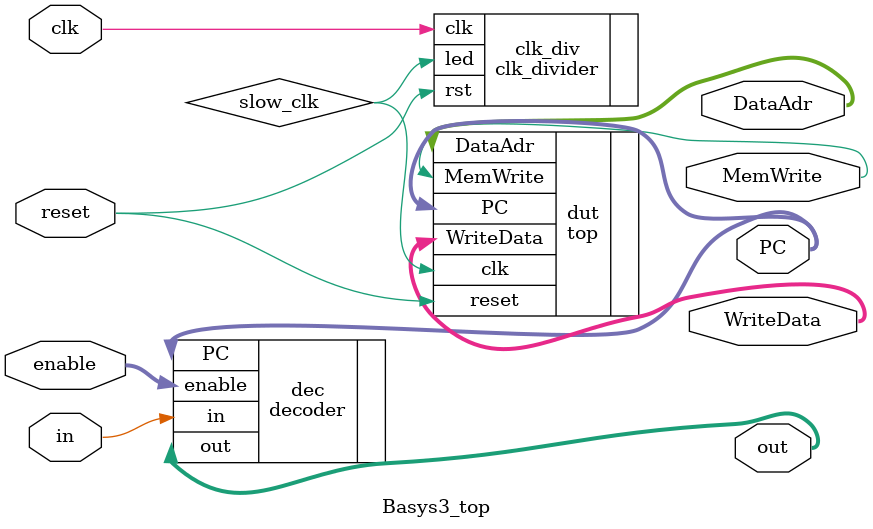
<source format=v>
module Basys3_top(
    input clk,                // Reloj del Basys3
    input reset,              // Botón de reset
    input  in,           // Entrada de 4 bits (puedes mapearla a switches del Basys3)
    input [3:0] enable,       // Habilitación de 4 bits (puedes mapearla a switches del Basys3)
    output [27:0] out,         // Salida de 7 bits (puedes mapearla a un display de 7 segmentos)
    output [31:0] WriteData,  // Señales de depuración o LEDs
    output [31:0] DataAdr,
    output MemWrite,
    output [31:0] PC
);
    wire slow_clk;

    // Instancia de clk_divider
    clk_divider clk_div(
        .clk(clk),
        .rst(reset),
        .led(slow_clk)
    );

    // Instancia de top
    
    top dut(
        .clk(slow_clk),    
        .reset(reset),
        .WriteData(WriteData),
        .DataAdr(DataAdr),
        .MemWrite(MemWrite),
        .PC(PC)
    );
    

    // Instancia de decoder
    decoder dec(
        .in(in),
        .PC(PC),
        .enable(enable),
        .out(out)
    );

endmodule

</source>
